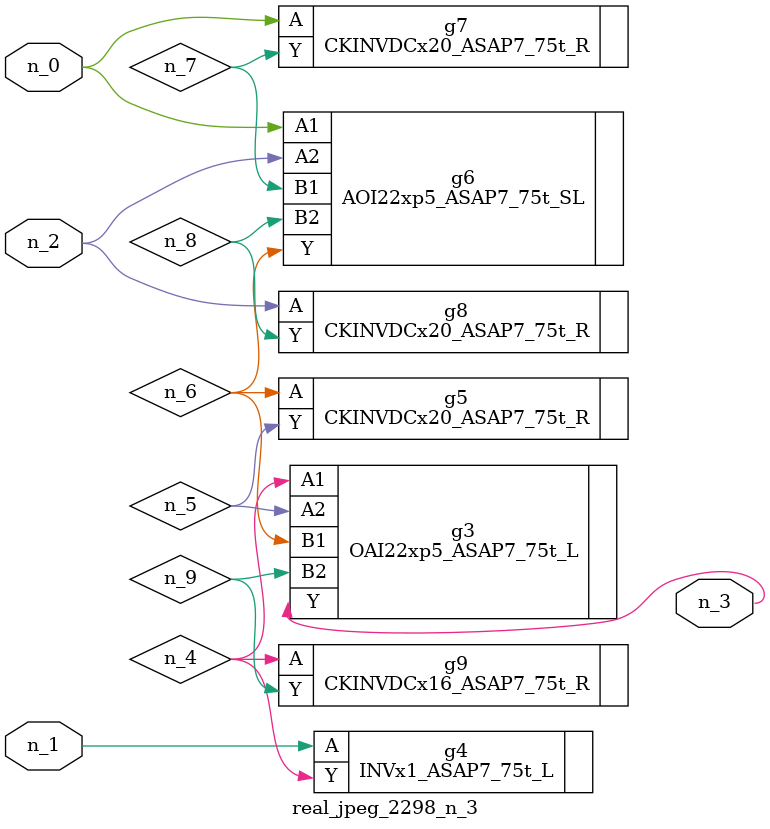
<source format=v>
module real_jpeg_2298_n_3 (n_1, n_0, n_2, n_3);

input n_1;
input n_0;
input n_2;

output n_3;

wire n_5;
wire n_8;
wire n_4;
wire n_6;
wire n_7;
wire n_9;

AOI22xp5_ASAP7_75t_SL g6 ( 
.A1(n_0),
.A2(n_2),
.B1(n_7),
.B2(n_8),
.Y(n_6)
);

CKINVDCx20_ASAP7_75t_R g7 ( 
.A(n_0),
.Y(n_7)
);

INVx1_ASAP7_75t_L g4 ( 
.A(n_1),
.Y(n_4)
);

CKINVDCx20_ASAP7_75t_R g8 ( 
.A(n_2),
.Y(n_8)
);

OAI22xp5_ASAP7_75t_L g3 ( 
.A1(n_4),
.A2(n_5),
.B1(n_6),
.B2(n_9),
.Y(n_3)
);

CKINVDCx16_ASAP7_75t_R g9 ( 
.A(n_4),
.Y(n_9)
);

CKINVDCx20_ASAP7_75t_R g5 ( 
.A(n_6),
.Y(n_5)
);


endmodule
</source>
